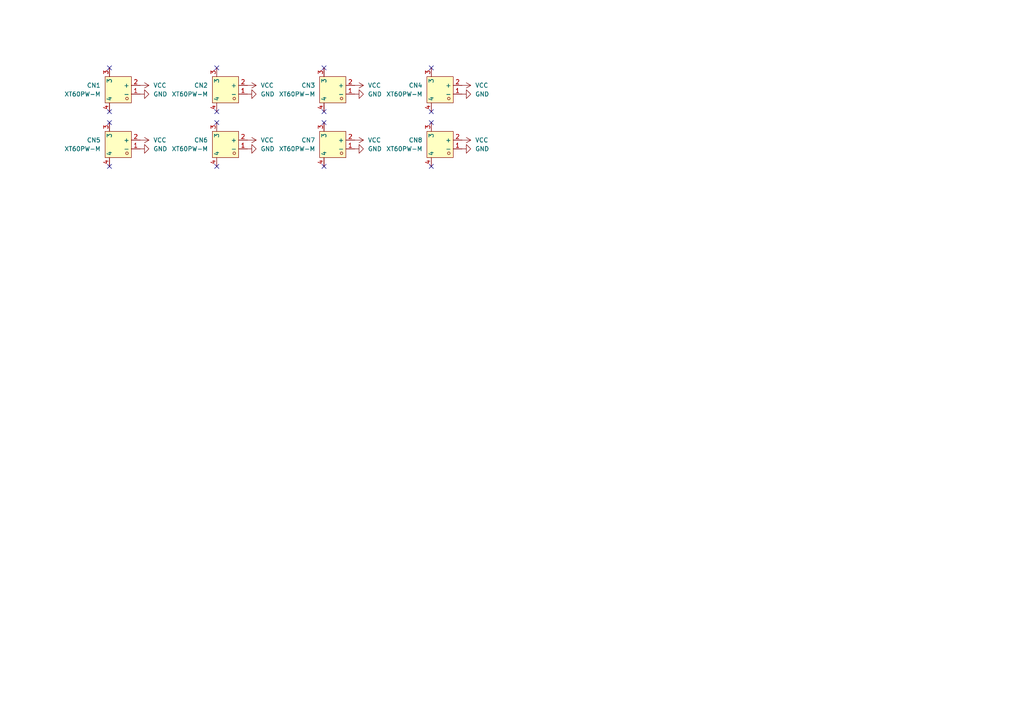
<source format=kicad_sch>
(kicad_sch (version 20211123) (generator eeschema)
  (paper "A4")
  (lib_symbols
    (symbol "easyeda2kicad:XT60PW-M"
      (property "Reference" "CN" (at 0 13.97 0))
      (property "Value" "XT60PW-M" (at 0 -8.89 0))
      (symbol "XT60PW-M_0_1"
        (rectangle (start -2.54 6.35) (end 5.08 -1.27) (fill (type background)))
        (circle (center -1.27 5.08) (radius 0.38))
        (pin unspecified line (at -5.08 3.81 0) (length 2.54) (name "-") (number "1"))
        (pin unspecified line (at -5.08 1.27 0) (length 2.54) (name "+") (number "2"))
        (pin unspecified line (at 3.81 -3.81 90) (length 2.54) (name "3") (number "3"))
        (pin unspecified line (at 3.81 8.89 270) (length 2.54) (name "4") (number "4"))
      )
    )
    (symbol "power:GND" (power) (pin_names (offset 0))
      (property "Value" "GND" (at 0 -3.81 0))
      (symbol "GND_0_1"
        (polyline (pts (xy 0 0) (xy 0 -1.27) (xy 1.27 -1.27) (xy 0 -2.54) (xy -1.27 -1.27) (xy 0 -1.27)))
      )
      (symbol "GND_1_1"
        (pin power_in line (at 0 0 270) (length 0) hide (name "GND") (number "1"))
      )
    )
    (symbol "power:VCC" (power) (pin_names (offset 0))
      (property "Value" "VCC" (at 0 3.81 0))
      (symbol "VCC_0_1"
        (polyline (pts (xy -0.762 1.27) (xy 0 2.54)))
        (polyline (pts (xy 0 0) (xy 0 2.54)))
        (polyline (pts (xy 0 2.54) (xy 0.762 1.27)))
      )
      (symbol "VCC_1_1"
        (pin power_in line (at 0 0 90) (length 0) hide (name "VCC") (number "1"))
      )
    )
  )
  (no_connect (at 93.98 48.26))
  (no_connect (at 31.75 48.26))
  (no_connect (at 125.095 32.385))
  (no_connect (at 125.095 48.26))
  (no_connect (at 62.865 35.56))
  (no_connect (at 125.095 19.685))
  (no_connect (at 31.75 35.56))
  (no_connect (at 93.98 19.685))
  (no_connect (at 62.865 32.385))
  (no_connect (at 62.865 19.685))
  (no_connect (at 93.98 32.385))
  (no_connect (at 62.865 48.26))
  (no_connect (at 31.75 19.685))
  (no_connect (at 125.095 35.56))
  (no_connect (at 31.75 32.385))
  (no_connect (at 93.98 35.56))
  (symbol (lib_id "easyeda2kicad:XT60PW-M") (at 66.675 39.37 180) (unit 1)
    (property "Reference" "CN6" (at 60.325 40.6399 0) (effects (justify left)))
    (property "Value" "XT60PW-M" (at 60.325 43.1799 0) (effects (justify left)))
    (property "Footprint" "easyeda2kicad:CONN-TH_XT60PW-M" (effects hide))
    (property "Manufacturer" "AMASS(艾迈斯)" (effects hide))
    (property "LCSC Part" "C98732" (effects hide))
    (property "JLC Part" "Extended Part" (effects hide))
  )
  (symbol (lib_id "easyeda2kicad:XT60PW-M") (at 66.675 23.495 180) (unit 1)
    (property "Reference" "CN2" (at 60.325 24.7649 0) (effects (justify left)))
    (property "Value" "XT60PW-M" (at 60.325 27.3049 0) (effects (justify left)))
    (property "Footprint" "easyeda2kicad:CONN-TH_XT60PW-M" (effects hide))
    (property "Manufacturer" "AMASS(艾迈斯)" (effects hide))
    (property "LCSC Part" "C98732" (effects hide))
    (property "JLC Part" "Extended Part" (effects hide))
  )
  (symbol (lib_id "power:VCC") (at 133.985 24.765 270) (unit 1)
    (property "Reference" "#PWR04" (effects hide))
    (property "Value" "VCC" (at 137.795 24.7649 90) (effects (justify left)))
  )
  (symbol (lib_id "easyeda2kicad:XT60PW-M") (at 97.79 39.37 180) (unit 1)
    (property "Reference" "CN7" (at 91.44 40.6399 0) (effects (justify left)))
    (property "Value" "XT60PW-M" (at 91.44 43.1799 0) (effects (justify left)))
    (property "Footprint" "easyeda2kicad:CONN-TH_XT60PW-M" (effects hide))
    (property "Manufacturer" "AMASS(艾迈斯)" (effects hide))
    (property "LCSC Part" "C98732" (effects hide))
    (property "JLC Part" "Extended Part" (effects hide))
  )
  (symbol (lib_id "power:VCC") (at 102.87 40.64 270) (unit 1)
    (property "Reference" "#PWR011" (effects hide))
    (property "Value" "VCC" (at 106.68 40.6399 90) (effects (justify left)))
  )
  (symbol (lib_id "power:VCC") (at 71.755 24.765 270) (unit 1)
    (property "Reference" "#PWR02" (effects hide))
    (property "Value" "VCC" (at 75.565 24.7649 90) (effects (justify left)))
  )
  (symbol (lib_id "power:VCC") (at 71.755 40.64 270) (unit 1)
    (property "Reference" "#PWR010" (effects hide))
    (property "Value" "VCC" (at 75.565 40.6399 90) (effects (justify left)))
  )
  (symbol (lib_id "easyeda2kicad:XT60PW-M") (at 35.56 39.37 180) (unit 1)
    (property "Reference" "CN5" (at 29.21 40.6399 0) (effects (justify left)))
    (property "Value" "XT60PW-M" (at 29.21 43.1799 0) (effects (justify left)))
    (property "Footprint" "easyeda2kicad:CONN-TH_XT60PW-M" (effects hide))
    (property "Manufacturer" "AMASS(艾迈斯)" (effects hide))
    (property "LCSC Part" "C98732" (effects hide))
    (property "JLC Part" "Extended Part" (effects hide))
  )
  (symbol (lib_id "easyeda2kicad:XT60PW-M") (at 128.905 39.37 180) (unit 1)
    (property "Reference" "CN8" (at 122.555 40.6399 0) (effects (justify left)))
    (property "Value" "XT60PW-M" (at 122.555 43.1799 0) (effects (justify left)))
    (property "Footprint" "easyeda2kicad:CONN-TH_XT60PW-M" (effects hide))
    (property "Manufacturer" "AMASS(艾迈斯)" (effects hide))
    (property "LCSC Part" "C98732" (effects hide))
    (property "JLC Part" "Extended Part" (effects hide))
  )
  (symbol (lib_id "power:GND") (at 102.87 43.18 90) (unit 1)
    (property "Reference" "#PWR015" (effects hide))
    (property "Value" "GND" (at 106.68 43.1799 90) (effects (justify right)))
  )
  (symbol (lib_id "easyeda2kicad:XT60PW-M") (at 97.79 23.495 180) (unit 1)
    (property "Reference" "CN3" (at 91.44 24.7649 0) (effects (justify left)))
    (property "Value" "XT60PW-M" (at 91.44 27.3049 0) (effects (justify left)))
    (property "Footprint" "easyeda2kicad:CONN-TH_XT60PW-M" (effects hide))
    (property "Manufacturer" "AMASS(艾迈斯)" (effects hide))
    (property "LCSC Part" "C98732" (effects hide))
    (property "JLC Part" "Extended Part" (effects hide))
  )
  (symbol (lib_id "power:GND") (at 40.64 43.18 90) (unit 1)
    (property "Reference" "#PWR013" (effects hide))
    (property "Value" "GND" (at 44.45 43.1799 90) (effects (justify right)))
  )
  (symbol (lib_id "power:VCC") (at 102.87 24.765 270) (unit 1)
    (property "Reference" "#PWR03" (effects hide))
    (property "Value" "VCC" (at 106.68 24.7649 90) (effects (justify left)))
  )
  (symbol (lib_id "power:GND") (at 133.985 27.305 90) (unit 1)
    (property "Reference" "#PWR08" (effects hide))
    (property "Value" "GND" (at 137.795 27.3049 90) (effects (justify right)))
  )
  (symbol (lib_id "power:GND") (at 71.755 27.305 90) (unit 1)
    (property "Reference" "#PWR06" (effects hide))
    (property "Value" "GND" (at 75.565 27.3049 90) (effects (justify right)))
  )
  (symbol (lib_id "power:GND") (at 71.755 43.18 90) (unit 1)
    (property "Reference" "#PWR014" (effects hide))
    (property "Value" "GND" (at 75.565 43.1799 90) (effects (justify right)))
  )
  (symbol (lib_id "power:VCC") (at 40.64 40.64 270) (unit 1)
    (property "Reference" "#PWR09" (effects hide))
    (property "Value" "VCC" (at 44.45 40.6399 90) (effects (justify left)))
  )
  (symbol (lib_id "easyeda2kicad:XT60PW-M") (at 35.56 23.495 180) (unit 1)
    (property "Reference" "CN1" (at 29.21 24.7649 0) (effects (justify left)))
    (property "Value" "XT60PW-M" (at 29.21 27.3049 0) (effects (justify left)))
    (property "Footprint" "easyeda2kicad:CONN-TH_XT60PW-M" (effects hide))
    (property "Manufacturer" "AMASS(艾迈斯)" (effects hide))
    (property "LCSC Part" "C98732" (effects hide))
    (property "JLC Part" "Extended Part" (effects hide))
  )
  (symbol (lib_id "easyeda2kicad:XT60PW-M") (at 128.905 23.495 180) (unit 1)
    (property "Reference" "CN4" (at 122.555 24.7649 0) (effects (justify left)))
    (property "Value" "XT60PW-M" (at 122.555 27.3049 0) (effects (justify left)))
    (property "Footprint" "easyeda2kicad:CONN-TH_XT60PW-M" (effects hide))
    (property "Manufacturer" "AMASS(艾迈斯)" (effects hide))
    (property "LCSC Part" "C98732" (effects hide))
    (property "JLC Part" "Extended Part" (effects hide))
  )
  (symbol (lib_id "power:VCC") (at 133.985 40.64 270) (unit 1)
    (property "Reference" "#PWR012" (effects hide))
    (property "Value" "VCC" (at 137.795 40.6399 90) (effects (justify left)))
  )
  (symbol (lib_id "power:GND") (at 102.87 27.305 90) (unit 1)
    (property "Reference" "#PWR07" (effects hide))
    (property "Value" "GND" (at 106.68 27.3049 90) (effects (justify right)))
  )
  (symbol (lib_id "power:GND") (at 133.985 43.18 90) (unit 1)
    (property "Reference" "#PWR016" (effects hide))
    (property "Value" "GND" (at 137.795 43.1799 90) (effects (justify right)))
  )
  (symbol (lib_id "power:GND") (at 40.64 27.305 90) (unit 1)
    (property "Reference" "#PWR05" (effects hide))
    (property "Value" "GND" (at 44.45 27.3049 90) (effects (justify right)))
  )
  (symbol (lib_id "power:VCC") (at 40.64 24.765 270) (unit 1)
    (property "Reference" "#PWR01" (effects hide))
    (property "Value" "VCC" (at 44.45 24.7649 90) (effects (justify left)))
  )
)
</source>
